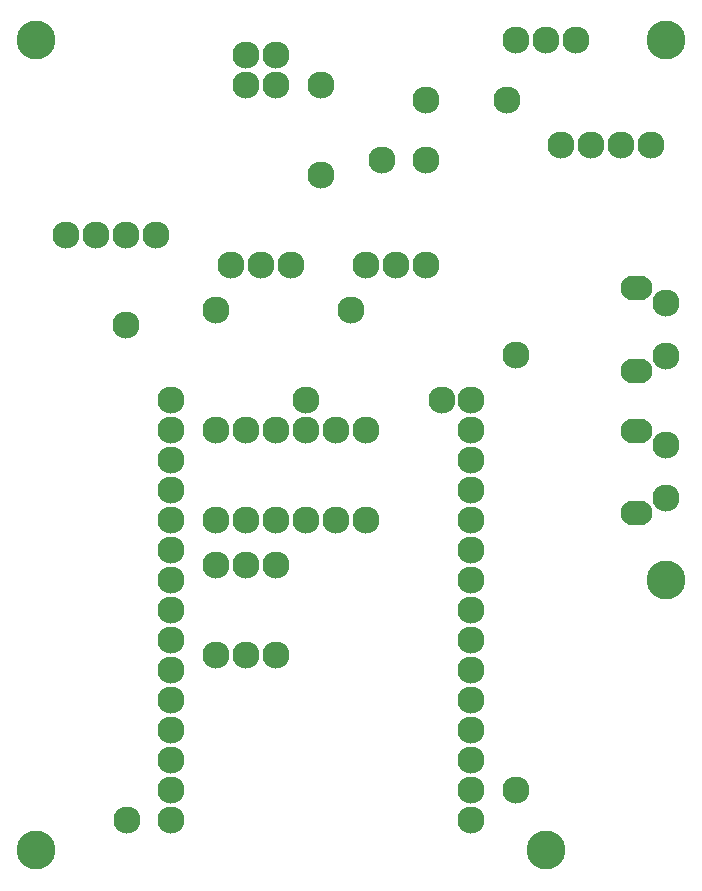
<source format=gbr>
%TF.GenerationSoftware,KiCad,Pcbnew,(5.1.6)-1*%
%TF.CreationDate,2023-06-20T16:25:09-05:00*%
%TF.ProjectId,pcb,7063622e-6b69-4636-9164-5f7063625858,rev?*%
%TF.SameCoordinates,Original*%
%TF.FileFunction,Soldermask,Bot*%
%TF.FilePolarity,Negative*%
%FSLAX46Y46*%
G04 Gerber Fmt 4.6, Leading zero omitted, Abs format (unit mm)*
G04 Created by KiCad (PCBNEW (5.1.6)-1) date 2023-06-20 16:25:09*
%MOMM*%
%LPD*%
G01*
G04 APERTURE LIST*
%ADD10C,2.300000*%
%ADD11C,3.300000*%
%ADD12C,2.100000*%
G04 APERTURE END LIST*
D10*
%TO.C,U2*%
X40624000Y6318000D03*
X40624000Y8858000D03*
X40624000Y11398000D03*
X40624000Y13938000D03*
X40624000Y16478000D03*
X40624000Y19018000D03*
X40624000Y21558000D03*
X40624000Y24098000D03*
X40624000Y26638000D03*
X40624000Y29178000D03*
X40624000Y31718000D03*
X40624000Y34258000D03*
X40624000Y36798000D03*
X40624000Y39338000D03*
X40624000Y41878000D03*
X15224000Y41878000D03*
X15224000Y39338000D03*
X15224000Y36798000D03*
X15224000Y34258000D03*
X15224000Y31718000D03*
X15224000Y29178000D03*
X15224000Y26638000D03*
X15224000Y24098000D03*
X15224000Y21558000D03*
X15224000Y19018000D03*
X15224000Y16478000D03*
X15224000Y13938000D03*
X15224000Y11398000D03*
X15224000Y8858000D03*
X15224000Y6318000D03*
%TD*%
%TO.C,R1*%
X19034000Y31718000D03*
X19034000Y39338000D03*
%TD*%
%TO.C,R4*%
X24114000Y31718000D03*
X24114000Y39338000D03*
%TD*%
%TO.C,R6*%
X21574000Y31718000D03*
X21574000Y39338000D03*
%TD*%
D11*
%TO.C,REF\u002A\u002A*%
X46974000Y3778000D03*
%TD*%
%TO.C,REF\u002A\u002A*%
X3794000Y3778000D03*
%TD*%
%TO.C,REF\u002A\u002A*%
X57134000Y26638000D03*
%TD*%
%TO.C,REF\u002A\u002A*%
X57134000Y72358000D03*
%TD*%
%TO.C,REF\u002A\u002A*%
X3794000Y72358000D03*
%TD*%
D10*
%TO.C,J5*%
X55864000Y63468000D03*
X53324000Y63468000D03*
X50784000Y63468000D03*
X48244000Y63468000D03*
%TD*%
%TO.C,C1*%
X36830000Y62230000D03*
X33030000Y62230000D03*
%TD*%
%TO.C,J8*%
X49514000Y72358000D03*
X46974000Y72358000D03*
X44434000Y72358000D03*
%TD*%
%TO.C,R3*%
X19034000Y20288000D03*
X19034000Y27908000D03*
%TD*%
%TO.C,R5*%
X24114000Y20288000D03*
X24114000Y27908000D03*
%TD*%
%TO.C,R7*%
X21574000Y20288000D03*
X21574000Y27908000D03*
%TD*%
%TO.C,J1*%
X6350000Y55880000D03*
X8890000Y55880000D03*
X11430000Y55880000D03*
X13970000Y55880000D03*
%TD*%
D12*
%TO.C,SW1*%
X54344000Y39318000D03*
X54344000Y32308000D03*
X54944000Y39318000D03*
D10*
X57134000Y38068000D03*
X57134000Y33568000D03*
D12*
X54944000Y32308000D03*
%TD*%
%TO.C,SW2*%
X54944000Y44373000D03*
D10*
X57134000Y45633000D03*
X57134000Y50133000D03*
D12*
X54944000Y51383000D03*
X54344000Y44373000D03*
X54344000Y51383000D03*
%TD*%
D10*
%TO.C,D1*%
X27940000Y68580000D03*
X27940000Y60960000D03*
%TD*%
%TO.C,J2*%
X24130000Y71120000D03*
X24130000Y68580000D03*
%TD*%
%TO.C,J3*%
X21590000Y68580000D03*
X21590000Y71120000D03*
%TD*%
%TO.C,Q1*%
X22860000Y53340000D03*
X20320000Y53340000D03*
X25400000Y53340000D03*
%TD*%
%TO.C,Q2*%
X31750000Y53340000D03*
X34290000Y53340000D03*
X36830000Y53340000D03*
%TD*%
%TO.C,R2*%
X26670000Y31750000D03*
X26670000Y39370000D03*
%TD*%
%TO.C,R8*%
X29210000Y39370000D03*
X29210000Y31750000D03*
%TD*%
%TO.C,R9*%
X31750000Y39370000D03*
X31750000Y31750000D03*
%TD*%
X30480000Y49530000D03*
X19050000Y49530000D03*
X36830000Y67310000D03*
X43653990Y67310000D03*
X44450000Y8890000D03*
X44450000Y45720000D03*
X38132000Y41878000D03*
X26670000Y41910000D03*
X11462000Y6318000D03*
X11430000Y48260000D03*
M02*

</source>
